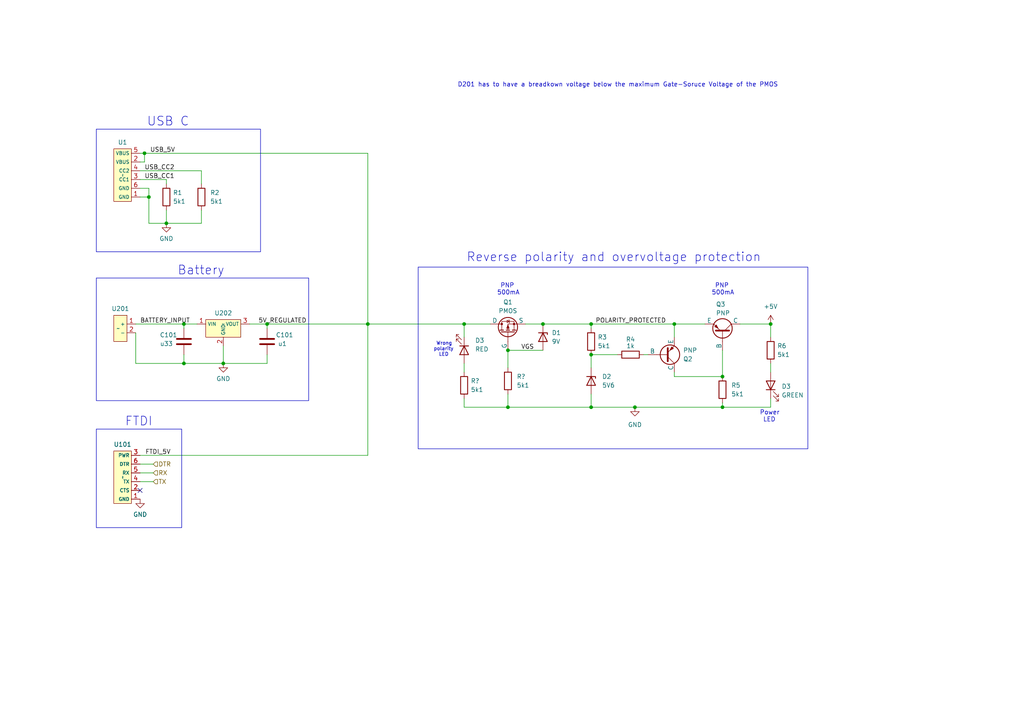
<source format=kicad_sch>
(kicad_sch (version 20230121) (generator eeschema)
  (paper "A4")
  (title_block (title "EEPROM Programer") (date "2024-06-21") (rev "1"))
  (lib_symbols
    (symbol "Device:C" (pin_numbers hide) (pin_names (offset 0.254))
      (property "Reference" "C" (at 0.635 2.54 0))
      (property "Value" "C" (at 0.635 -2.54 0))
      (symbol "C_0_1"
        (polyline (pts (xy -2.032 -0.762) (xy 2.032 -0.762)) (stroke (width 0.508)))
        (polyline (pts (xy -2.032 0.762) (xy 2.032 0.762)) (stroke (width 0.508)))
      )
      (symbol "C_1_1"
        (pin passive line (at 0 3.81 270) (length 2.794) (name "~") (number "1"))
        (pin passive line (at 0 -3.81 90) (length 2.794) (name "~") (number "2"))
      )
    )
    (symbol "Device:D_Zener" (pin_numbers hide) (pin_names (offset 1.016) hide)
      (property "Reference" "D" (at 0 2.54 0))
      (property "Value" "D_Zener" (at 0 -2.54 0))
      (symbol "D_Zener_0_1"
        (polyline (pts (xy 1.27 0) (xy -1.27 0)))
        (polyline (pts (xy -1.27 -1.27) (xy -1.27 1.27) (xy -0.762 1.27)) (stroke (width 0.254)))
        (polyline (pts (xy 1.27 -1.27) (xy 1.27 1.27) (xy -1.27 0) (xy 1.27 -1.27)) (stroke (width 0.254)))
      )
      (symbol "D_Zener_1_1"
        (pin passive line (at -3.81 0 0) (length 2.54) (name "K") (number "1"))
        (pin passive line (at 3.81 0 180) (length 2.54) (name "A") (number "2"))
      )
    )
    (symbol "Device:LED" (pin_numbers hide) (pin_names (offset 1.016) hide)
      (property "Reference" "D" (at 0 2.54 0))
      (property "Value" "LED" (at 0 -2.54 0))
      (symbol "LED_0_1"
        (polyline (pts (xy -1.27 -1.27) (xy -1.27 1.27)) (stroke (width 0.254)))
        (polyline (pts (xy -1.27 0) (xy 1.27 0)))
        (polyline (pts (xy 1.27 -1.27) (xy 1.27 1.27) (xy -1.27 0) (xy 1.27 -1.27)) (stroke (width 0.254)))
        (polyline (pts (xy -3.048 -0.762) (xy -4.572 -2.286) (xy -3.81 -2.286) (xy -4.572 -2.286) (xy -4.572 -1.524)))
        (polyline (pts (xy -1.778 -0.762) (xy -3.302 -2.286) (xy -2.54 -2.286) (xy -3.302 -2.286) (xy -3.302 -1.524)))
      )
      (symbol "LED_1_1"
        (pin passive line (at -3.81 0 0) (length 2.54) (name "K") (number "1"))
        (pin passive line (at 3.81 0 180) (length 2.54) (name "A") (number "2"))
      )
    )
    (symbol "Device:R" (pin_numbers hide) (pin_names (offset 0))
      (property "Reference" "R" (at 2.032 0 90))
      (property "Value" "R" (at 0 0 90))
      (symbol "R_0_1"
        (rectangle (start -1.016 -2.54) (end 1.016 2.54) (stroke (width 0.254)))
      )
      (symbol "R_1_1"
        (pin passive line (at 0 3.81 270) (length 1.27) (name "~") (number "1"))
        (pin passive line (at 0 -3.81 90) (length 1.27) (name "~") (number "2"))
      )
    )
    (symbol "EEPROM_PROGRAMMER:Battery_Connectors"
      (property "Reference" "U" (at 0 5.08 0))
      (symbol "Battery_Connectors_1_1"
        (rectangle (start -2.54 3.81) (end 1.27 -3.81) (fill (type background)))
        (pin output line (at 3.81 1.27 180) (length 2.54) (name "+") (number "1"))
        (pin output line (at 3.81 -1.27 180) (length 2.54) (name "-") (number "2"))
      )
    )
    (symbol "EEPROM_PROGRAMMER:FT232RL"
      (property "Reference" "U" (at 0 3.81 0))
      (symbol "FT232RL_1_1"
        (rectangle (start -7.62 2.54) (end 7.62 -2.54) (fill (type background)))
        (pin input line (at -6.35 -5.08 90) (length 2.54) (name "GND") (number "1"))
        (pin input line (at -3.81 -5.08 90) (length 2.54) (name "CTS") (number "2"))
        (pin input line (at 6.35 -5.08 90) (length 2.54) (name "PWR") (number "3"))
        (pin input line (at -1.27 -5.08 90) (length 2.54) (name "TX") (number "4"))
        (pin input line (at 1.27 -5.08 90) (length 2.54) (name "RX") (number "5"))
        (pin input line (at 3.81 -5.08 90) (length 2.54) (name "DTR") (number "6"))
      )
    )
    (symbol "EEPROM_PROGRAMMER:L7805ABV"
      (property "Reference" "U" (at 0 5.08 0))
      (symbol "L7805ABV_1_1"
        (rectangle (start -5.08 2.54) (end 5.08 -2.54) (fill (type background)))
        (pin input line (at -7.62 1.27 0) (length 2.54) (name "VIN") (number "1"))
        (pin input line (at 0 -5.08 90) (length 2.54) (name "GND") (number "2"))
        (pin output line (at 7.62 1.27 180) (length 2.54) (name "VOUT") (number "3"))
      )
    )
    (symbol "EEPROM_PROGRAMMER:USB_C_6PIN"
      (property "Reference" "U" (at 0 8.89 0))
      (symbol "USB_C_6PIN_1_1"
        (rectangle (start -2.54 -7.62) (end 2.54 7.62) (fill (type background)))
        (pin output line (at 5.08 -6.35 180) (length 2.54) (name "GND") (number "1"))
        (pin output line (at 5.08 3.81 180) (length 2.54) (name "VBUS") (number "2"))
        (pin output line (at 5.08 -1.27 180) (length 2.54) (name "CC1") (number "3"))
        (pin output line (at 5.08 1.27 180) (length 2.54) (name "CC2") (number "4"))
        (pin output line (at 5.08 6.35 180) (length 2.54) (name "VBUS") (number "5"))
        (pin output line (at 5.08 -3.81 180) (length 2.54) (name "GND") (number "6"))
      )
    )
    (symbol "Simulation_SPICE:PMOS" (pin_numbers hide) (pin_names (offset 0))
      (property "Reference" "Q" (at 5.08 1.27 0))
      (property "Value" "PMOS" (at 5.08 -1.27 0))
      (symbol "PMOS_0_1"
        (polyline (pts (xy 0.254 0) (xy -2.54 0)))
        (polyline (pts (xy 0.254 1.905) (xy 0.254 -1.905)) (stroke (width 0.254)))
        (polyline (pts (xy 0.762 -1.27) (xy 0.762 -2.286)) (stroke (width 0.254)))
        (polyline (pts (xy 0.762 0.508) (xy 0.762 -0.508)) (stroke (width 0.254)))
        (polyline (pts (xy 0.762 2.286) (xy 0.762 1.27)) (stroke (width 0.254)))
        (polyline (pts (xy 2.54 2.54) (xy 2.54 1.778)))
        (polyline (pts (xy 2.54 -2.54) (xy 2.54 0) (xy 0.762 0)))
        (polyline (pts (xy 0.762 1.778) (xy 3.302 1.778) (xy 3.302 -1.778) (xy 0.762 -1.778)))
        (polyline (pts (xy 2.286 0) (xy 1.27 0.381) (xy 1.27 -0.381) (xy 2.286 0)) (fill (type outline)))
        (polyline (pts (xy 2.794 -0.508) (xy 2.921 -0.381) (xy 3.683 -0.381) (xy 3.81 -0.254)))
        (polyline (pts (xy 3.302 -0.381) (xy 2.921 0.254) (xy 3.683 0.254) (xy 3.302 -0.381)))
        (circle (center 1.651 0) (radius 2.794) (stroke (width 0.254)))
        (circle (center 2.54 -1.778) (radius 0.254) (fill (type outline)))
        (circle (center 2.54 1.778) (radius 0.254) (fill (type outline)))
      )
      (symbol "PMOS_1_1"
        (pin passive line (at 2.54 5.08 270) (length 2.54) (name "D") (number "1"))
        (pin input line (at -5.08 0 0) (length 2.54) (name "G") (number "2"))
        (pin passive line (at 2.54 -5.08 90) (length 2.54) (name "S") (number "3"))
      )
    )
    (symbol "Simulation_SPICE:PNP" (pin_numbers hide) (pin_names (offset 0))
      (property "Reference" "Q" (at -2.54 7.62 0))
      (property "Value" "PNP" (at -2.54 5.08 0))
      (symbol "PNP_0_1"
        (polyline (pts (xy -2.54 0) (xy 0.635 0)) (stroke (width 0.1524)))
        (polyline (pts (xy 0.635 0.635) (xy 2.54 2.54)))
        (polyline (pts (xy 0.635 -0.635) (xy 2.54 -2.54) (xy 2.54 -2.54)))
        (polyline (pts (xy 0.635 1.905) (xy 0.635 -1.905) (xy 0.635 -1.905)) (stroke (width 0.508)))
        (polyline (pts (xy 2.286 -1.778) (xy 1.778 -2.286) (xy 1.27 -1.27) (xy 2.286 -1.778) (xy 2.286 -1.778)) (fill (type outline)))
        (circle (center 1.27 0) (radius 2.8194) (stroke (width 0.254)))
      )
      (symbol "PNP_1_1"
        (pin open_collector line (at 2.54 5.08 270) (length 2.54) (name "C") (number "1"))
        (pin input line (at -5.08 0 0) (length 2.54) (name "B") (number "2"))
        (pin open_emitter line (at 2.54 -5.08 90) (length 2.54) (name "E") (number "3"))
      )
    )
    (symbol "power:+5V" (power) (pin_names (offset 0))
      (property "Value" "+5V" (at 0 3.556 0))
      (symbol "+5V_0_1"
        (polyline (pts (xy -0.762 1.27) (xy 0 2.54)))
        (polyline (pts (xy 0 0) (xy 0 2.54)))
        (polyline (pts (xy 0 2.54) (xy 0.762 1.27)))
      )
      (symbol "+5V_1_1"
        (pin power_in line (at 0 0 90) (length 0) hide (name "+5V") (number "1"))
      )
    )
    (symbol "power:GND" (power) (pin_names (offset 0))
      (property "Value" "GND" (at 0 -3.81 0))
      (symbol "GND_0_1"
        (polyline (pts (xy 0 0) (xy 0 -1.27) (xy 1.27 -1.27) (xy 0 -2.54) (xy -1.27 -1.27) (xy 0 -1.27)))
      )
      (symbol "GND_1_1"
        (pin power_in line (at 0 0 270) (length 0) hide (name "GND") (number "1"))
      )
    )
  )
  (junction (at 184.15 118.11))
  (junction (at 157.48 93.98))
  (junction (at 171.45 93.98))
  (junction (at 134.62 93.98))
  (junction (at 147.32 101.6))
  (junction (at 171.45 102.87))
  (junction (at 53.34 93.98))
  (junction (at 64.77 105.41))
  (junction (at 147.32 118.11))
  (junction (at 171.45 118.11))
  (junction (at 209.55 118.11))
  (junction (at 53.34 105.41))
  (junction (at 195.58 93.98))
  (junction (at 77.47 93.98))
  (junction (at 41.91 44.45))
  (junction (at 43.18 57.15))
  (junction (at 209.55 109.22))
  (junction (at 48.26 64.77))
  (junction (at 106.68 93.98))
  (junction (at 223.52 93.98))
  (no_connect (at 40.64 142.24))
  (wire (pts (xy 48.26 53.34) (xy 48.26 52.07)))
  (wire (pts (xy 39.37 96.52) (xy 39.37 105.41)))
  (wire (pts (xy 157.48 93.98) (xy 171.45 93.98)))
  (wire (pts (xy 77.47 105.41) (xy 64.77 105.41)))
  (wire (pts (xy 171.45 93.98) (xy 195.58 93.98)))
  (wire (pts (xy 147.32 106.68) (xy 147.32 101.6)))
  (wire (pts (xy 171.45 102.87) (xy 171.45 106.68)))
  (wire (pts (xy 147.32 114.3) (xy 147.32 118.11)))
  (wire (pts (xy 43.18 64.77) (xy 48.26 64.77)))
  (wire (pts (xy 40.64 54.61) (xy 43.18 54.61)))
  (wire (pts (xy 43.18 57.15) (xy 43.18 64.77)))
  (wire (pts (xy 53.34 105.41) (xy 39.37 105.41)))
  (wire (pts (xy 41.91 44.45) (xy 106.68 44.45)))
  (wire (pts (xy 40.64 46.99) (xy 41.91 46.99)))
  (wire (pts (xy 64.77 105.41) (xy 53.34 105.41)))
  (wire (pts (xy 72.39 93.98) (xy 77.47 93.98)))
  (wire (pts (xy 195.58 109.22) (xy 209.55 109.22)))
  (wire (pts (xy 209.55 101.6) (xy 209.55 109.22)))
  (wire (pts (xy 186.69 102.87) (xy 187.96 102.87)))
  (wire (pts (xy 53.34 93.98) (xy 57.15 93.98)))
  (wire (pts (xy 223.52 115.57) (xy 223.52 118.11)))
  (wire (pts (xy 184.15 118.11) (xy 209.55 118.11)))
  (wire (pts (xy 77.47 93.98) (xy 77.47 95.25)))
  (wire (pts (xy 48.26 60.96) (xy 48.26 64.77)))
  (wire (pts (xy 147.32 118.11) (xy 171.45 118.11)))
  (wire (pts (xy 134.62 105.41) (xy 134.62 107.95)))
  (wire (pts (xy 40.64 132.08) (xy 106.68 132.08)))
  (wire (pts (xy 48.26 64.77) (xy 58.42 64.77)))
  (wire (pts (xy 44.45 139.7) (xy 40.64 139.7)))
  (wire (pts (xy 195.58 93.98) (xy 204.47 93.98)))
  (wire (pts (xy 53.34 102.87) (xy 53.34 105.41)))
  (wire (pts (xy 223.52 93.98) (xy 223.52 97.79)))
  (wire (pts (xy 106.68 44.45) (xy 106.68 93.98)))
  (wire (pts (xy 106.68 93.98) (xy 134.62 93.98)))
  (wire (pts (xy 134.62 118.11) (xy 147.32 118.11)))
  (wire (pts (xy 64.77 100.33) (xy 64.77 105.41)))
  (wire (pts (xy 77.47 102.87) (xy 77.47 105.41)))
  (wire (pts (xy 40.64 49.53) (xy 58.42 49.53)))
  (wire (pts (xy 171.45 114.3) (xy 171.45 118.11)))
  (wire (pts (xy 171.45 118.11) (xy 184.15 118.11)))
  (wire (pts (xy 147.32 101.6) (xy 157.48 101.6)))
  (wire (pts (xy 40.64 57.15) (xy 43.18 57.15)))
  (wire (pts (xy 209.55 118.11) (xy 223.52 118.11)))
  (wire (pts (xy 152.4 93.98) (xy 157.48 93.98)))
  (wire (pts (xy 171.45 102.87) (xy 179.07 102.87)))
  (wire (pts (xy 77.47 93.98) (xy 106.68 93.98)))
  (wire (pts (xy 48.26 52.07) (xy 40.64 52.07)))
  (wire (pts (xy 209.55 116.84) (xy 209.55 118.11)))
  (wire (pts (xy 58.42 60.96) (xy 58.42 64.77)))
  (wire (pts (xy 134.62 115.57) (xy 134.62 118.11)))
  (wire (pts (xy 214.63 93.98) (xy 223.52 93.98)))
  (wire (pts (xy 41.91 44.45) (xy 41.91 46.99)))
  (wire (pts (xy 44.45 134.62) (xy 40.64 134.62)))
  (wire (pts (xy 134.62 97.79) (xy 134.62 93.98)))
  (wire (pts (xy 40.64 44.45) (xy 41.91 44.45)))
  (wire (pts (xy 195.58 109.22) (xy 195.58 107.95)))
  (wire (pts (xy 223.52 105.41) (xy 223.52 107.95)))
  (wire (pts (xy 43.18 54.61) (xy 43.18 57.15)))
  (wire (pts (xy 106.68 132.08) (xy 106.68 93.98)))
  (wire (pts (xy 39.37 93.98) (xy 53.34 93.98)))
  (wire (pts (xy 58.42 49.53) (xy 58.42 53.34)))
  (wire (pts (xy 53.34 95.25) (xy 53.34 93.98)))
  (wire (pts (xy 171.45 93.98) (xy 171.45 95.25)))
  (wire (pts (xy 195.58 93.98) (xy 195.58 97.79)))
  (wire (pts (xy 134.62 93.98) (xy 142.24 93.98)))
  (wire (pts (xy 44.45 137.16) (xy 40.64 137.16)))
  (rectangle (start 27.94 124.46) (end 52.705 153.035))
  (rectangle (start 27.94 37.465) (end 75.565 73.025))
  (rectangle (start 27.94 80.645) (end 89.535 116.205))
  (rectangle (start 121.285 77.47) (end 234.315 130.175))
  (text "D201 has to have a breadkown voltage below the maximum Gate-Soruce Voltage of the PMOS" (at 132.715 25.4 0) (effects (font (size 1.27 1.27)) (justify left bottom)))
  (text " PNP\n500mA" (at 144.145 85.725 0) (effects (font (size 1.27 1.27)) (justify left bottom)))
  (text "Power\n LED" (at 220.345 122.555 0) (effects (font (size 1.27 1.27)) (justify left bottom)))
  (text " Wrong\npolarity\n  LED\n" (at 125.73 103.505 0) (effects (font (size 1 1)) (justify left bottom)))
  (text "Battery\n" (at 51.435 80.01 0) (effects (font (size 2.56 2.56)) (justify left bottom)))
  (text "FTDI" (at 36.195 123.825 0) (effects (font (size 2.56 2.56)) (justify left bottom)))
  (text "Reverse polarity and overvoltage protection" (at 135.255 76.2 0) (effects (font (size 2.56 2.56)) (justify left bottom)))
  (text "USB C" (at 42.545 36.83 0) (effects (font (size 2.56 2.56)) (justify left bottom)))
  (text " PNP\n500mA" (at 206.375 85.725 0) (effects (font (size 1.27 1.27)) (justify left bottom)))
  (label "BATTERY_INPUT" (at 40.64 93.98 0))
  (label "POLARITY_PROTECTED" (at 172.72 93.98 0))
  (label "USB_5V" (at 50.8 44.45 180))
  (label "5V_REGULATED" (at 74.93 93.98 0))
  (label "VGS" (at 151.13 101.6 0))
  (label "USB_CC1" (at 41.91 52.07 0))
  (label "FTDI_5V" (at 49.53 132.08 180))
  (label "USB_CC2" (at 41.91 49.53 0))
  (hierarchical_label "RX" (shape input) (at 44.45 137.16 0))
  (hierarchical_label "TX" (shape input) (at 44.45 139.7 0))
  (hierarchical_label "DTR" (shape input) (at 44.45 134.62 0))
  (symbol (lib_id "Device:LED") (at 134.62 101.6 270) (unit 1)
    (property "Reference" "D3" (at 137.795 98.7425 90) (effects (justify left)))
    (property "Value" "RED" (at 137.795 101.2825 90) (effects (justify left)))
    (property "Footprint" "LED_SMD:LED_0805_2012Metric_Pad1.15x1.40mm_HandSolder" (effects hide))
    (instances (project "board" (path "" (reference "D3") (unit 1)) (path "" (reference "D200") (unit 1))))
  )
  (symbol (lib_id "Simulation_SPICE:PNP") (at 209.55 96.52 270) (mirror x) (unit 1)
    (property "Reference" "Q3" (at 207.645 88.265 90) (effects (justify left)))
    (property "Value" "PNP" (at 207.645 90.805 90) (effects (justify left)))
    (property "Footprint" "Package_TO_SOT_THT:TO-92" (effects hide))
    (property "Sim.Device" "PNP" (effects hide))
    (property "Sim.Type" "GUMMELPOON" (effects hide))
    (property "Sim.Pins" "1=C 2=B 3=E" (effects hide))
    (instances (project "board" (path "" (reference "Q3") (unit 1)) (path "" (reference "Q202") (unit 1))))
  )
  (symbol (lib_id "Device:LED") (at 223.52 111.76 90) (unit 1)
    (property "Reference" "D3" (at 226.695 112.0775 90) (effects (justify right)))
    (property "Value" "GREEN" (at 226.695 114.6175 90) (effects (justify right)))
    (property "Footprint" "LED_SMD:LED_0805_2012Metric_Pad1.15x1.40mm_HandSolder" (effects hide))
    (instances (project "board" (path "" (reference "D3") (unit 1)) (path "" (reference "D203") (unit 1))))
  )
  (symbol (lib_id "Device:R") (at 147.32 110.49 0) (unit 1)
    (property "Reference" "R?" (at 149.86 109.22 0) (effects (justify left)))
    (property "Value" "5k1" (at 149.86 111.76 0) (effects (justify left)))
    (property "Footprint" "Resistor_SMD:R_0805_2012Metric_Pad1.20x1.40mm_HandSolder" (effects hide))
    (instances (project "board" (path "" (reference "R?") (unit 1)) (path "" (reference "R203") (unit 1))))
  )
  (symbol (lib_id "Device:R") (at 209.55 113.03 0) (unit 1)
    (property "Reference" "R5" (at 212.09 111.76 0) (effects (justify left)))
    (property "Value" "5k1" (at 212.09 114.3 0) (effects (justify left)))
    (property "Footprint" "Resistor_SMD:R_0805_2012Metric_Pad1.20x1.40mm_HandSolder" (effects hide))
    (instances (project "board" (path "" (reference "R5") (unit 1)) (path "" (reference "R206") (unit 1))))
  )
  (symbol (lib_id "Device:R") (at 134.62 111.76 0) (unit 1)
    (property "Reference" "R?" (at 136.525 110.49 0) (effects (justify left)))
    (property "Value" "5k1" (at 136.525 113.03 0) (effects (justify left)))
    (property "Footprint" "Resistor_SMD:R_0805_2012Metric_Pad1.20x1.40mm_HandSolder" (effects hide))
    (instances (project "board" (path "" (reference "R?") (unit 1)) (path "" (reference "R202") (unit 1))))
  )
  (symbol (lib_id "Device:R") (at 182.88 102.87 90) (unit 1)
    (property "Reference" "R4" (at 182.88 98.425 90))
    (property "Value" "1k" (at 182.88 100.33 90))
    (property "Footprint" "Resistor_SMD:R_0805_2012Metric_Pad1.20x1.40mm_HandSolder" (effects hide))
    (instances (project "board" (path "" (reference "R4") (unit 1)) (path "" (reference "R205") (unit 1))))
  )
  (symbol (lib_id "power:GND") (at 64.77 105.41 0) (unit 1)
    (property "Reference" "#PWR01" (effects hide))
    (property "Value" "GND" (at 64.77 109.855 0))
  )
  (symbol (lib_id "Simulation_SPICE:PMOS") (at 147.32 96.52 90) (unit 1)
    (property "Reference" "Q1" (at 147.32 87.63 90))
    (property "Value" "PMOS" (at 147.32 90.17 90))
    (property "Datasheet" "https://ngspice.sourceforge.io/docs/ngspice-manual.pdf" (effects hide))
    (property "Sim.Device" "PMOS" (effects hide))
    (property "Sim.Type" "VDMOS" (effects hide))
    (property "Sim.Pins" "1=D 2=G 3=S" (effects hide))
    (instances (project "board" (path "" (reference "Q1") (unit 1)) (path "" (reference "Q200") (unit 1))))
  )
  (symbol (lib_id "Device:R") (at 58.42 57.15 0) (unit 1)
    (property "Reference" "R2" (at 60.96 55.88 0) (effects (justify left)))
    (property "Value" "5k1" (at 60.96 58.42 0) (effects (justify left)))
    (property "Footprint" "Resistor_SMD:R_0805_2012Metric_Pad1.20x1.40mm_HandSolder" (effects hide))
    (instances (project "board" (path "" (reference "R2") (unit 1)) (path "" (reference "R201") (unit 1))))
  )
  (symbol (lib_id "Device:C") (at 53.34 99.06 180) (unit 1)
    (property "Reference" "C101" (at 48.895 97.155 0))
    (property "Value" "u33" (at 48.26 99.695 0))
    (property "Footprint" "Capacitor_SMD:C_0805_2012Metric_Pad1.18x1.45mm_HandSolder" (effects hide))
    (instances (project "board" (path "" (reference "C101") (unit 1)) (path "" (reference "C200") (unit 1))))
  )
  (symbol (lib_id "power:GND") (at 184.15 118.11 0) (unit 1)
    (property "Reference" "#PWR013" (effects hide))
    (property "Value" "GND" (at 184.15 123.19 0))
    (instances (project "board" (path "" (reference "#PWR013") (unit 1)) (path "" (reference "#PWR011") (unit 1))))
  )
  (symbol (lib_id "Device:D_Zener") (at 157.48 97.79 270) (unit 1)
    (property "Reference" "D1" (at 160.02 96.52 90) (effects (justify left)))
    (property "Value" "9V" (at 160.02 99.06 90) (effects (justify left)))
    (property "Footprint" "Package_TO_SOT_SMD:SOT-23" (effects hide))
    (instances (project "board" (path "" (reference "D1") (unit 1)) (path "" (reference "D201") (unit 1))))
  )
  (symbol (lib_id "power:GND") (at 48.26 64.77 0) (unit 1)
    (property "Reference" "#PWR013" (effects hide))
    (property "Value" "GND" (at 48.26 69.215 0))
  )
  (symbol (lib_id "EEPROM_PROGRAMMER:FT232RL") (at 35.56 138.43 90) (unit 1)
    (property "Reference" "U101" (at 35.56 128.905 90))
    (property "Value" "~" (at 35.56 138.43 0))
    (property "Datasheet" "https://www.electrokit.com/upload/product/12201/12201001/FTDI_Basic-v21-5V.pdf" (effects hide))
    (instances (project "board" (path "" (reference "U101") (unit 1)) (path "" (reference "U202") (unit 1))))
  )
  (symbol (lib_id "EEPROM_PROGRAMMER:L7805ABV") (at 64.77 95.25 0) (unit 1)
    (property "Reference" "U202" (at 64.77 90.805 0))
    (property "Value" "~" (at 64.77 93.98 0))
  )
  (symbol (lib_id "Simulation_SPICE:PNP") (at 193.04 102.87 0) (mirror x) (unit 1)
    (property "Reference" "Q2" (at 198.12 104.14 0) (effects (justify left)))
    (property "Value" "PNP" (at 198.12 101.6 0) (effects (justify left)))
    (property "Footprint" "Package_TO_SOT_SMD:SOT-23" (effects hide))
    (property "Sim.Device" "PNP" (effects hide))
    (property "Sim.Type" "GUMMELPOON" (effects hide))
    (property "Sim.Pins" "1=C 2=B 3=E" (effects hide))
    (instances (project "board" (path "" (reference "Q2") (unit 1)) (path "" (reference "Q201") (unit 1))))
  )
  (symbol (lib_id "EEPROM_PROGRAMMER:USB_C_6PIN") (at 35.56 50.8 0) (unit 1)
    (property "Reference" "U1" (at 35.56 41.275 0))
    (property "Value" "~" (at 35.56 50.8 90))
    (instances (project "board" (path "" (reference "U1") (unit 1)) (path "" (reference "U200") (unit 1))))
  )
  (symbol (lib_id "Device:C") (at 77.47 99.06 180) (unit 1)
    (property "Reference" "C101" (at 82.55 97.155 0))
    (property "Value" "u1" (at 81.915 99.695 0))
    (property "Footprint" "Capacitor_SMD:C_0805_2012Metric_Pad1.18x1.45mm_HandSolder" (effects hide))
    (instances (project "board" (path "" (reference "C101") (unit 1)) (path "" (reference "C201") (unit 1))))
  )
  (symbol (lib_id "Device:R") (at 171.45 99.06 0) (unit 1)
    (property "Reference" "R3" (at 173.355 97.79 0) (effects (justify left)))
    (property "Value" "5k1" (at 173.355 100.33 0) (effects (justify left)))
    (property "Footprint" "Resistor_SMD:R_0805_2012Metric_Pad1.20x1.40mm_HandSolder" (effects hide))
    (instances (project "board" (path "" (reference "R3") (unit 1)) (path "" (reference "R204") (unit 1))))
  )
  (symbol (lib_id "Device:R") (at 223.52 101.6 0) (unit 1)
    (property "Reference" "R6" (at 225.425 100.33 0) (effects (justify left)))
    (property "Value" "5k1" (at 225.425 102.87 0) (effects (justify left)))
    (property "Footprint" "Resistor_SMD:R_0805_2012Metric_Pad1.20x1.40mm_HandSolder" (effects hide))
    (instances (project "board" (path "" (reference "R6") (unit 1)) (path "" (reference "R207") (unit 1))))
  )
  (symbol (lib_id "EEPROM_PROGRAMMER:Battery_Connectors") (at 35.56 95.25 0) (unit 1)
    (property "Reference" "U201" (at 34.925 89.535 0))
    (property "Value" "~" (at 34.29 95.25 0))
  )
  (symbol (lib_id "power:GND") (at 40.64 144.78 0) (unit 1)
    (property "Reference" "#PWR04" (effects hide))
    (property "Value" "GND" (at 40.64 149.225 0))
  )
  (symbol (lib_id "Device:D_Zener") (at 171.45 110.49 270) (unit 1)
    (property "Reference" "D2" (at 174.625 109.22 90) (effects (justify left)))
    (property "Value" "5V6" (at 174.625 111.76 90) (effects (justify left)))
    (property "Footprint" "Package_TO_SOT_SMD:SOT-23" (effects hide))
    (instances (project "board" (path "" (reference "D2") (unit 1)) (path "" (reference "D202") (unit 1))))
  )
  (symbol (lib_id "power:+5V") (at 223.52 93.98 0) (unit 1)
    (property "Reference" "#PWR011" (effects hide))
    (property "Value" "+5V" (at 223.52 88.9 0))
    (instances (project "board" (path "" (reference "#PWR011") (unit 1)) (path "" (reference "#PWR012") (unit 1))))
  )
  (symbol (lib_id "Device:R") (at 48.26 57.15 0) (unit 1)
    (property "Reference" "R1" (at 50.165 55.88 0) (effects (justify left)))
    (property "Value" "5k1" (at 50.165 58.42 0) (effects (justify left)))
    (property "Footprint" "Resistor_SMD:R_0805_2012Metric_Pad1.20x1.40mm_HandSolder" (effects hide))
    (instances (project "board" (path "" (reference "R1") (unit 1)) (path "" (reference "R200") (unit 1))))
  )
)
</source>
